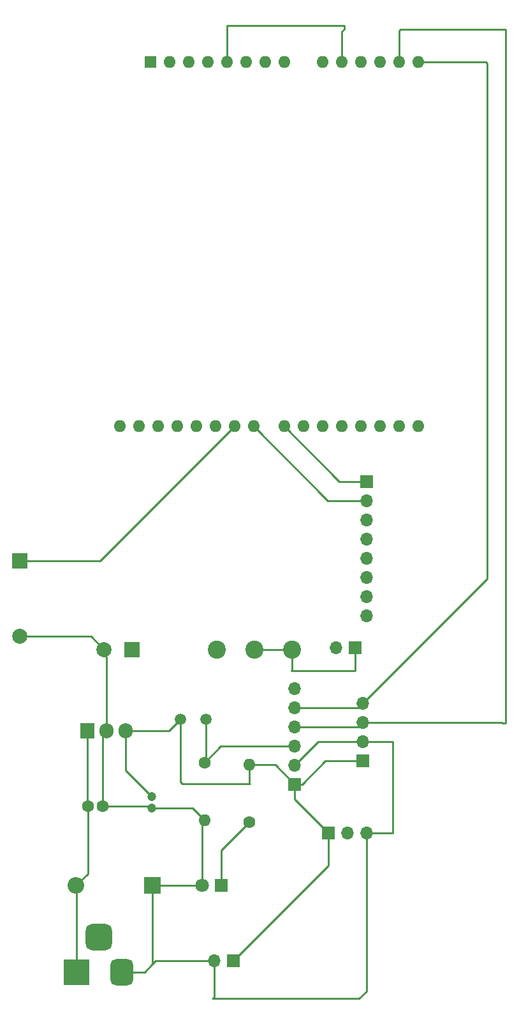
<source format=gbr>
%TF.GenerationSoftware,KiCad,Pcbnew,9.0.0*%
%TF.CreationDate,2025-04-01T10:30:40+05:30*%
%TF.ProjectId,Plant Monitoring System,506c616e-7420-44d6-9f6e-69746f72696e,rev?*%
%TF.SameCoordinates,Original*%
%TF.FileFunction,Copper,L2,Bot*%
%TF.FilePolarity,Positive*%
%FSLAX46Y46*%
G04 Gerber Fmt 4.6, Leading zero omitted, Abs format (unit mm)*
G04 Created by KiCad (PCBNEW 9.0.0) date 2025-04-01 10:30:40*
%MOMM*%
%LPD*%
G01*
G04 APERTURE LIST*
G04 Aperture macros list*
%AMRoundRect*
0 Rectangle with rounded corners*
0 $1 Rounding radius*
0 $2 $3 $4 $5 $6 $7 $8 $9 X,Y pos of 4 corners*
0 Add a 4 corners polygon primitive as box body*
4,1,4,$2,$3,$4,$5,$6,$7,$8,$9,$2,$3,0*
0 Add four circle primitives for the rounded corners*
1,1,$1+$1,$2,$3*
1,1,$1+$1,$4,$5*
1,1,$1+$1,$6,$7*
1,1,$1+$1,$8,$9*
0 Add four rect primitives between the rounded corners*
20,1,$1+$1,$2,$3,$4,$5,0*
20,1,$1+$1,$4,$5,$6,$7,0*
20,1,$1+$1,$6,$7,$8,$9,0*
20,1,$1+$1,$8,$9,$2,$3,0*%
G04 Aperture macros list end*
%TA.AperFunction,ComponentPad*%
%ADD10C,1.600000*%
%TD*%
%TA.AperFunction,ComponentPad*%
%ADD11O,1.600000X1.600000*%
%TD*%
%TA.AperFunction,ComponentPad*%
%ADD12C,2.400000*%
%TD*%
%TA.AperFunction,ComponentPad*%
%ADD13R,2.000000X2.000000*%
%TD*%
%TA.AperFunction,ComponentPad*%
%ADD14C,2.000000*%
%TD*%
%TA.AperFunction,ComponentPad*%
%ADD15R,3.500000X3.500000*%
%TD*%
%TA.AperFunction,ComponentPad*%
%ADD16RoundRect,0.750000X0.750000X1.000000X-0.750000X1.000000X-0.750000X-1.000000X0.750000X-1.000000X0*%
%TD*%
%TA.AperFunction,ComponentPad*%
%ADD17RoundRect,0.875000X0.875000X0.875000X-0.875000X0.875000X-0.875000X-0.875000X0.875000X-0.875000X0*%
%TD*%
%TA.AperFunction,ComponentPad*%
%ADD18C,1.200000*%
%TD*%
%TA.AperFunction,ComponentPad*%
%ADD19R,1.600000X1.600000*%
%TD*%
%TA.AperFunction,ComponentPad*%
%ADD20R,1.800000X1.800000*%
%TD*%
%TA.AperFunction,ComponentPad*%
%ADD21C,1.800000*%
%TD*%
%TA.AperFunction,ComponentPad*%
%ADD22C,1.500000*%
%TD*%
%TA.AperFunction,ComponentPad*%
%ADD23R,1.700000X1.700000*%
%TD*%
%TA.AperFunction,ComponentPad*%
%ADD24O,1.700000X1.700000*%
%TD*%
%TA.AperFunction,ComponentPad*%
%ADD25R,1.905000X2.000000*%
%TD*%
%TA.AperFunction,ComponentPad*%
%ADD26O,1.905000X2.000000*%
%TD*%
%TA.AperFunction,ComponentPad*%
%ADD27R,2.200000X2.200000*%
%TD*%
%TA.AperFunction,ComponentPad*%
%ADD28O,2.200000X2.200000*%
%TD*%
%TA.AperFunction,Conductor*%
%ADD29C,0.250000*%
%TD*%
G04 APERTURE END LIST*
D10*
%TO.P,R2,1*%
%TO.N,/LDR_Out*%
X132960000Y-135190000D03*
D11*
%TO.P,R2,2*%
%TO.N,GND*%
X132960000Y-142810000D03*
%TD*%
D12*
%TO.P,K1,11*%
%TO.N,/PUMP_PWR*%
X139602500Y-120200000D03*
%TO.P,K1,12*%
%TO.N,unconnected-(K1-Pad12)*%
X134602500Y-120200000D03*
%TO.P,K1,14*%
%TO.N,/PUMP_PWR*%
X144602500Y-120200000D03*
D13*
%TO.P,K1,A1*%
%TO.N,/RELAY_CTRL*%
X123352500Y-120200000D03*
D14*
%TO.P,K1,A2*%
%TO.N,GND*%
X119602500Y-120200000D03*
%TD*%
D15*
%TO.P,J2,1*%
%TO.N,+12V*%
X115960000Y-163000000D03*
D16*
%TO.P,J2,2*%
%TO.N,GND*%
X121960000Y-163000000D03*
D17*
%TO.P,J2,3*%
%TO.N,N/C*%
X118960000Y-158300000D03*
%TD*%
D18*
%TO.P,C2,1*%
%TO.N,+5V*%
X125960000Y-139750000D03*
%TO.P,C2,2*%
%TO.N,GND*%
X125960000Y-141250000D03*
%TD*%
D10*
%TO.P,R3,1*%
%TO.N,/LED_OUT*%
X138960000Y-143120000D03*
D11*
%TO.P,R3,2*%
%TO.N,+5V*%
X138960000Y-135500000D03*
%TD*%
D19*
%TO.P,A1,1,NC*%
%TO.N,unconnected-(A1-NC-Pad1)*%
X125785000Y-42370000D03*
D11*
%TO.P,A1,2,IOREF*%
%TO.N,unconnected-(A1-IOREF-Pad2)*%
X128325000Y-42370000D03*
%TO.P,A1,3,~{RESET}*%
%TO.N,unconnected-(A1-~{RESET}-Pad3)*%
X130865000Y-42370000D03*
%TO.P,A1,4,3V3*%
%TO.N,unconnected-(A1-3V3-Pad4)*%
X133405000Y-42370000D03*
%TO.P,A1,5,+5V*%
%TO.N,+5V*%
X135945000Y-42370000D03*
%TO.P,A1,6,GND*%
%TO.N,unconnected-(A1-GND-Pad6)*%
X138485000Y-42370000D03*
%TO.P,A1,7,GND*%
%TO.N,GND*%
X141025000Y-42370000D03*
%TO.P,A1,8,VIN*%
%TO.N,unconnected-(A1-VIN-Pad8)*%
X143565000Y-42370000D03*
%TO.P,A1,9,A0*%
%TO.N,/LDR_Out*%
X148645000Y-42370000D03*
%TO.P,A1,10,A1*%
%TO.N,+5V*%
X151185000Y-42370000D03*
%TO.P,A1,11,A2*%
%TO.N,unconnected-(A1-A2-Pad11)*%
X153725000Y-42370000D03*
%TO.P,A1,12,A3*%
%TO.N,unconnected-(A1-A3-Pad12)*%
X156265000Y-42370000D03*
%TO.P,A1,13,SDA/A4*%
%TO.N,/SDA*%
X158805000Y-42370000D03*
%TO.P,A1,14,SCL/A5*%
%TO.N,/SCL*%
X161345000Y-42370000D03*
%TO.P,A1,15,D0/RX*%
%TO.N,unconnected-(A1-D0{slash}RX-Pad15)*%
X161345000Y-90630000D03*
%TO.P,A1,16,D1/TX*%
%TO.N,unconnected-(A1-D1{slash}TX-Pad16)*%
X158805000Y-90630000D03*
%TO.P,A1,17,D2*%
%TO.N,unconnected-(A1-D2-Pad17)*%
X156265000Y-90630000D03*
%TO.P,A1,18,D3*%
%TO.N,unconnected-(A1-D3-Pad18)*%
X153725000Y-90630000D03*
%TO.P,A1,19,D4*%
%TO.N,unconnected-(A1-D4-Pad19)*%
X151185000Y-90630000D03*
%TO.P,A1,20,D5*%
%TO.N,unconnected-(A1-D5-Pad20)*%
X148645000Y-90630000D03*
%TO.P,A1,21,D6*%
%TO.N,unconnected-(A1-D6-Pad21)*%
X146105000Y-90630000D03*
%TO.P,A1,22,D7*%
%TO.N,/DHT11_Out*%
X143565000Y-90630000D03*
%TO.P,A1,23,D8*%
%TO.N,/RELAY_CTRL*%
X139505000Y-90630000D03*
%TO.P,A1,24,D9*%
%TO.N,/BUZZER_CTRL*%
X136965000Y-90630000D03*
%TO.P,A1,25,D10*%
%TO.N,unconnected-(A1-D10-Pad25)*%
X134425000Y-90630000D03*
%TO.P,A1,26,D11*%
%TO.N,unconnected-(A1-D11-Pad26)*%
X131885000Y-90630000D03*
%TO.P,A1,27,D12*%
%TO.N,unconnected-(A1-D12-Pad27)*%
X129345000Y-90630000D03*
%TO.P,A1,28,D13*%
%TO.N,unconnected-(A1-D13-Pad28)*%
X126805000Y-90630000D03*
%TO.P,A1,29,GND*%
%TO.N,unconnected-(A1-GND-Pad29)*%
X124265000Y-90630000D03*
%TO.P,A1,30,AREF*%
%TO.N,unconnected-(A1-AREF-Pad30)*%
X121725000Y-90630000D03*
%TD*%
D20*
%TO.P,D2,1,K*%
%TO.N,/LED_OUT*%
X135230000Y-151500000D03*
D21*
%TO.P,D2,2,A*%
%TO.N,GND*%
X132690000Y-151500000D03*
%TD*%
D10*
%TO.P,C1,1*%
%TO.N,+12V*%
X117460000Y-141000000D03*
%TO.P,C1,2*%
%TO.N,GND*%
X119460000Y-141000000D03*
%TD*%
D22*
%TO.P,R1,1*%
%TO.N,+5V*%
X129760000Y-129500000D03*
%TO.P,R1,2*%
%TO.N,/LDR_Out*%
X133160000Y-129500000D03*
%TD*%
D23*
%TO.P,J3,1,Pin_1*%
%TO.N,+5V*%
X153960000Y-135000000D03*
D24*
%TO.P,J3,2,Pin_2*%
%TO.N,GND*%
X153960000Y-132460000D03*
%TO.P,J3,3,Pin_3*%
%TO.N,/SDA*%
X153960000Y-129920000D03*
%TO.P,J3,4,Pin_4*%
%TO.N,/SCL*%
X153960000Y-127380000D03*
%TD*%
D23*
%TO.P,J6,1,Pin_1*%
%TO.N,+5V*%
X144960000Y-138080000D03*
D24*
%TO.P,J6,2,Pin_2*%
%TO.N,GND*%
X144960000Y-135540000D03*
%TO.P,J6,3,Pin_3*%
%TO.N,/LDR_Out*%
X144960000Y-133000000D03*
%TO.P,J6,4,Pin_4*%
%TO.N,/SDA*%
X144960000Y-130460000D03*
%TO.P,J6,5,Pin_5*%
%TO.N,/SCL*%
X144960000Y-127920000D03*
%TO.P,J6,6,Pin_6*%
%TO.N,unconnected-(J6-Pin_6-Pad6)*%
X144960000Y-125380000D03*
%TD*%
D23*
%TO.P,J1,1,Pin_1*%
%TO.N,+5V*%
X149420000Y-144500000D03*
D24*
%TO.P,J1,2,Pin_2*%
%TO.N,/DHT11_Out*%
X151960000Y-144500000D03*
%TO.P,J1,3,Pin_3*%
%TO.N,GND*%
X154500000Y-144500000D03*
%TD*%
D25*
%TO.P,U1,1,IN*%
%TO.N,+12V*%
X117380000Y-131000000D03*
D26*
%TO.P,U1,2,GND*%
%TO.N,GND*%
X119920000Y-131000000D03*
%TO.P,U1,3,OUT*%
%TO.N,+5V*%
X122460000Y-131000000D03*
%TD*%
D23*
%TO.P,J4,1,Pin_1*%
%TO.N,/PUMP_PWR*%
X152960000Y-120000000D03*
D24*
%TO.P,J4,2,Pin_2*%
%TO.N,GND*%
X150420000Y-120000000D03*
%TD*%
D23*
%TO.P,J7,1,Pin_1*%
%TO.N,/DHT11_Out*%
X154460000Y-97960000D03*
D24*
%TO.P,J7,2,Pin_2*%
%TO.N,/RELAY_CTRL*%
X154460000Y-100500000D03*
%TO.P,J7,3,Pin_3*%
%TO.N,unconnected-(J7-Pin_3-Pad3)*%
X154460000Y-103040000D03*
%TO.P,J7,4,Pin_4*%
%TO.N,unconnected-(J7-Pin_4-Pad4)*%
X154460000Y-105580000D03*
%TO.P,J7,5,Pin_5*%
%TO.N,unconnected-(J7-Pin_5-Pad5)*%
X154460000Y-108120000D03*
%TO.P,J7,6,Pin_6*%
%TO.N,unconnected-(J7-Pin_6-Pad6)*%
X154460000Y-110660000D03*
%TO.P,J7,7,Pin_7*%
%TO.N,unconnected-(J7-Pin_7-Pad7)*%
X154460000Y-113200000D03*
%TO.P,J7,8,Pin_8*%
%TO.N,unconnected-(J7-Pin_8-Pad8)*%
X154460000Y-115740000D03*
%TD*%
D13*
%TO.P,BZ1,1,+*%
%TO.N,/BUZZER_CTRL*%
X108460000Y-108500000D03*
D14*
%TO.P,BZ1,2,-*%
%TO.N,GND*%
X108460000Y-118500000D03*
%TD*%
D23*
%TO.P,J5,1,Pin_1*%
%TO.N,+5V*%
X136775000Y-161500000D03*
D24*
%TO.P,J5,2,Pin_2*%
%TO.N,GND*%
X134235000Y-161500000D03*
%TD*%
D27*
%TO.P,D1,1,K*%
%TO.N,GND*%
X126040000Y-151500000D03*
D28*
%TO.P,D1,2,A*%
%TO.N,+12V*%
X115880000Y-151500000D03*
%TD*%
D29*
%TO.N,/BUZZER_CTRL*%
X108460000Y-108500000D02*
X119095000Y-108500000D01*
X119095000Y-108500000D02*
X136965000Y-90630000D01*
%TO.N,/LDR_Out*%
X132960000Y-135190000D02*
X135150000Y-133000000D01*
X133160000Y-129500000D02*
X133160000Y-134990000D01*
X133160000Y-134990000D02*
X132960000Y-135190000D01*
X135150000Y-133000000D02*
X144960000Y-133000000D01*
%TO.N,/RELAY_CTRL*%
X139505000Y-90630000D02*
X149375000Y-100500000D01*
X149375000Y-100500000D02*
X154460000Y-100500000D01*
%TO.N,+5V*%
X136000000Y-37500000D02*
X151500000Y-37500000D01*
X139000000Y-138000000D02*
X138960000Y-137960000D01*
X145920000Y-138080000D02*
X149000000Y-135000000D01*
X149420000Y-144500000D02*
X149420000Y-148855000D01*
X122460000Y-131000000D02*
X122460000Y-136250000D01*
X144960000Y-138080000D02*
X144960000Y-140040000D01*
X151185000Y-38315000D02*
X151185000Y-42370000D01*
X129760000Y-129500000D02*
X129760000Y-137760000D01*
X138960000Y-137960000D02*
X138960000Y-135500000D01*
X128260000Y-131000000D02*
X129760000Y-129500000D01*
X129760000Y-137760000D02*
X130000000Y-138000000D01*
X122460000Y-136250000D02*
X125960000Y-139750000D01*
X122460000Y-131000000D02*
X128260000Y-131000000D01*
X149420000Y-148855000D02*
X136775000Y-161500000D01*
X144960000Y-140040000D02*
X149420000Y-144500000D01*
X135945000Y-42370000D02*
X136000000Y-42315000D01*
X136000000Y-42315000D02*
X136000000Y-37500000D01*
X149000000Y-135000000D02*
X153960000Y-135000000D01*
X138960000Y-135500000D02*
X142380000Y-135500000D01*
X151500000Y-37500000D02*
X151500000Y-38000000D01*
X144960000Y-138080000D02*
X145920000Y-138080000D01*
X142380000Y-135500000D02*
X144960000Y-138080000D01*
X151500000Y-38000000D02*
X151185000Y-38315000D01*
X130000000Y-138000000D02*
X139000000Y-138000000D01*
%TO.N,/DHT11_Out*%
X150895000Y-97960000D02*
X154460000Y-97960000D01*
X143565000Y-90630000D02*
X150895000Y-97960000D01*
%TO.N,/SDA*%
X172420000Y-129920000D02*
X153960000Y-129920000D01*
X158805000Y-38195000D02*
X159000000Y-38000000D01*
X144960000Y-130460000D02*
X153420000Y-130460000D01*
X172500000Y-130000000D02*
X172420000Y-129920000D01*
X173000000Y-130000000D02*
X172500000Y-130000000D01*
X173000000Y-38000000D02*
X173000000Y-130000000D01*
X153420000Y-130460000D02*
X153960000Y-129920000D01*
X158805000Y-42370000D02*
X158805000Y-38195000D01*
X159000000Y-38000000D02*
X173000000Y-38000000D01*
%TO.N,/SCL*%
X170500000Y-42500000D02*
X170500000Y-110840000D01*
X144960000Y-127920000D02*
X153420000Y-127920000D01*
X161345000Y-42370000D02*
X170370000Y-42370000D01*
X170370000Y-42370000D02*
X170500000Y-42500000D01*
X153420000Y-127920000D02*
X153960000Y-127380000D01*
X170500000Y-110840000D02*
X153960000Y-127380000D01*
%TO.N,GND*%
X119460000Y-141000000D02*
X125710000Y-141000000D01*
X126500000Y-161500000D02*
X134235000Y-161500000D01*
X119602500Y-120200000D02*
X119602500Y-120897500D01*
X121960000Y-163000000D02*
X125000000Y-163000000D01*
X132690000Y-143080000D02*
X132960000Y-142810000D01*
X126000000Y-162000000D02*
X126040000Y-161960000D01*
X158000000Y-144500000D02*
X154500000Y-144500000D01*
X144960000Y-135540000D02*
X148040000Y-132460000D01*
X126000000Y-162000000D02*
X126500000Y-161500000D01*
X131400000Y-141250000D02*
X132960000Y-142810000D01*
X119460000Y-141000000D02*
X119460000Y-131460000D01*
X119602500Y-120897500D02*
X119920000Y-121215000D01*
X154500000Y-165500000D02*
X153500000Y-166500000D01*
X153960000Y-132460000D02*
X157960000Y-132460000D01*
X119460000Y-131460000D02*
X119920000Y-131000000D01*
X153500000Y-166500000D02*
X134000000Y-166500000D01*
X119920000Y-121215000D02*
X119920000Y-131000000D01*
X134000000Y-166500000D02*
X134235000Y-166265000D01*
X125960000Y-141250000D02*
X131400000Y-141250000D01*
X126040000Y-161960000D02*
X126040000Y-151500000D01*
X117902500Y-118500000D02*
X108460000Y-118500000D01*
X119602500Y-120200000D02*
X117902500Y-118500000D01*
X126040000Y-151500000D02*
X132690000Y-151500000D01*
X148040000Y-132460000D02*
X153960000Y-132460000D01*
X157960000Y-132460000D02*
X158000000Y-132500000D01*
X125710000Y-141000000D02*
X125960000Y-141250000D01*
X132690000Y-151500000D02*
X132690000Y-143080000D01*
X158000000Y-132500000D02*
X158000000Y-144500000D01*
X125000000Y-163000000D02*
X126000000Y-162000000D01*
X154500000Y-144500000D02*
X154500000Y-165500000D01*
X134235000Y-166265000D02*
X134235000Y-161500000D01*
%TO.N,+12V*%
X117460000Y-149920000D02*
X115880000Y-151500000D01*
X117380000Y-140920000D02*
X117460000Y-141000000D01*
X115880000Y-151880000D02*
X115960000Y-151960000D01*
X117460000Y-141000000D02*
X117460000Y-149920000D01*
X115960000Y-151960000D02*
X115960000Y-163000000D01*
X115880000Y-151500000D02*
X115880000Y-151880000D01*
X117380000Y-131000000D02*
X117380000Y-140920000D01*
%TO.N,/LED_OUT*%
X135230000Y-151500000D02*
X135230000Y-146850000D01*
X135230000Y-146850000D02*
X138960000Y-143120000D01*
%TO.N,/PUMP_PWR*%
X144500000Y-123000000D02*
X144602500Y-122897500D01*
X153000000Y-123000000D02*
X144500000Y-123000000D01*
X152960000Y-122960000D02*
X153000000Y-123000000D01*
X139602500Y-120200000D02*
X144602500Y-120200000D01*
X144602500Y-122897500D02*
X144602500Y-120200000D01*
X152960000Y-120000000D02*
X152960000Y-122960000D01*
%TD*%
M02*

</source>
